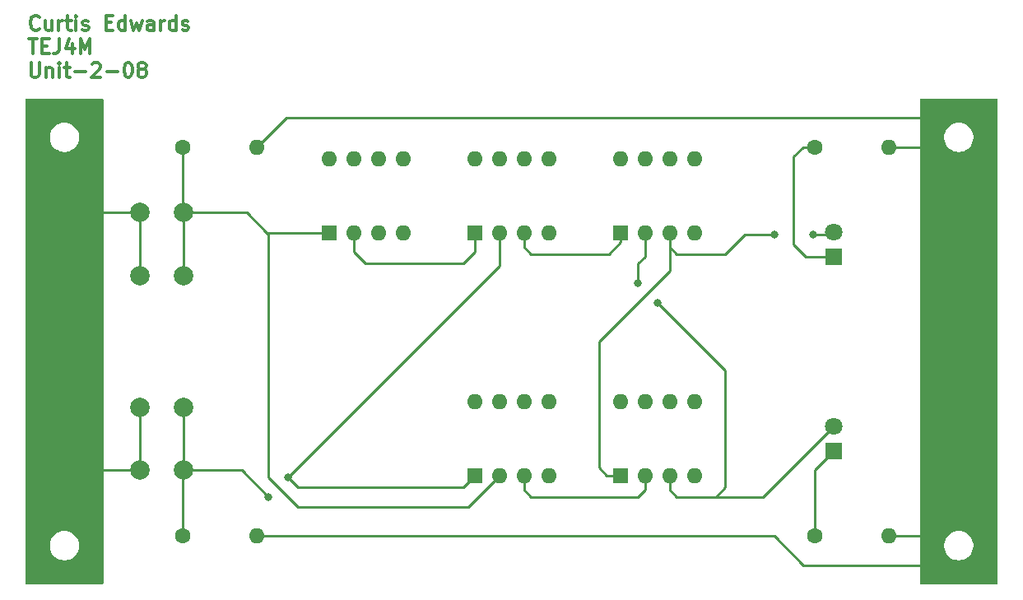
<source format=gbr>
%TF.GenerationSoftware,KiCad,Pcbnew,7.0.7*%
%TF.CreationDate,2023-11-01T21:34:32-04:00*%
%TF.ProjectId,TEJ4M-Unit-4-08,54454a34-4d2d-4556-9e69-742d342d3038,rev?*%
%TF.SameCoordinates,Original*%
%TF.FileFunction,Copper,L1,Top*%
%TF.FilePolarity,Positive*%
%FSLAX46Y46*%
G04 Gerber Fmt 4.6, Leading zero omitted, Abs format (unit mm)*
G04 Created by KiCad (PCBNEW 7.0.7) date 2023-11-01 21:34:32*
%MOMM*%
%LPD*%
G01*
G04 APERTURE LIST*
%ADD10C,0.300000*%
%TA.AperFunction,NonConductor*%
%ADD11C,0.300000*%
%TD*%
%TA.AperFunction,ComponentPad*%
%ADD12R,1.600000X1.600000*%
%TD*%
%TA.AperFunction,ComponentPad*%
%ADD13O,1.600000X1.600000*%
%TD*%
%TA.AperFunction,ComponentPad*%
%ADD14C,2.000000*%
%TD*%
%TA.AperFunction,ComponentPad*%
%ADD15C,1.600000*%
%TD*%
%TA.AperFunction,ComponentPad*%
%ADD16R,1.800000X1.800000*%
%TD*%
%TA.AperFunction,ComponentPad*%
%ADD17C,1.800000*%
%TD*%
%TA.AperFunction,ViaPad*%
%ADD18C,0.800000*%
%TD*%
%TA.AperFunction,Conductor*%
%ADD19C,0.250000*%
%TD*%
G04 APERTURE END LIST*
D10*
D11*
X101411653Y-42827971D02*
X101340225Y-42899400D01*
X101340225Y-42899400D02*
X101125939Y-42970828D01*
X101125939Y-42970828D02*
X100983082Y-42970828D01*
X100983082Y-42970828D02*
X100768796Y-42899400D01*
X100768796Y-42899400D02*
X100625939Y-42756542D01*
X100625939Y-42756542D02*
X100554510Y-42613685D01*
X100554510Y-42613685D02*
X100483082Y-42327971D01*
X100483082Y-42327971D02*
X100483082Y-42113685D01*
X100483082Y-42113685D02*
X100554510Y-41827971D01*
X100554510Y-41827971D02*
X100625939Y-41685114D01*
X100625939Y-41685114D02*
X100768796Y-41542257D01*
X100768796Y-41542257D02*
X100983082Y-41470828D01*
X100983082Y-41470828D02*
X101125939Y-41470828D01*
X101125939Y-41470828D02*
X101340225Y-41542257D01*
X101340225Y-41542257D02*
X101411653Y-41613685D01*
X102697368Y-41970828D02*
X102697368Y-42970828D01*
X102054510Y-41970828D02*
X102054510Y-42756542D01*
X102054510Y-42756542D02*
X102125939Y-42899400D01*
X102125939Y-42899400D02*
X102268796Y-42970828D01*
X102268796Y-42970828D02*
X102483082Y-42970828D01*
X102483082Y-42970828D02*
X102625939Y-42899400D01*
X102625939Y-42899400D02*
X102697368Y-42827971D01*
X103411653Y-42970828D02*
X103411653Y-41970828D01*
X103411653Y-42256542D02*
X103483082Y-42113685D01*
X103483082Y-42113685D02*
X103554511Y-42042257D01*
X103554511Y-42042257D02*
X103697368Y-41970828D01*
X103697368Y-41970828D02*
X103840225Y-41970828D01*
X104125939Y-41970828D02*
X104697367Y-41970828D01*
X104340224Y-41470828D02*
X104340224Y-42756542D01*
X104340224Y-42756542D02*
X104411653Y-42899400D01*
X104411653Y-42899400D02*
X104554510Y-42970828D01*
X104554510Y-42970828D02*
X104697367Y-42970828D01*
X105197367Y-42970828D02*
X105197367Y-41970828D01*
X105197367Y-41470828D02*
X105125939Y-41542257D01*
X105125939Y-41542257D02*
X105197367Y-41613685D01*
X105197367Y-41613685D02*
X105268796Y-41542257D01*
X105268796Y-41542257D02*
X105197367Y-41470828D01*
X105197367Y-41470828D02*
X105197367Y-41613685D01*
X105840225Y-42899400D02*
X105983082Y-42970828D01*
X105983082Y-42970828D02*
X106268796Y-42970828D01*
X106268796Y-42970828D02*
X106411653Y-42899400D01*
X106411653Y-42899400D02*
X106483082Y-42756542D01*
X106483082Y-42756542D02*
X106483082Y-42685114D01*
X106483082Y-42685114D02*
X106411653Y-42542257D01*
X106411653Y-42542257D02*
X106268796Y-42470828D01*
X106268796Y-42470828D02*
X106054511Y-42470828D01*
X106054511Y-42470828D02*
X105911653Y-42399400D01*
X105911653Y-42399400D02*
X105840225Y-42256542D01*
X105840225Y-42256542D02*
X105840225Y-42185114D01*
X105840225Y-42185114D02*
X105911653Y-42042257D01*
X105911653Y-42042257D02*
X106054511Y-41970828D01*
X106054511Y-41970828D02*
X106268796Y-41970828D01*
X106268796Y-41970828D02*
X106411653Y-42042257D01*
X108268796Y-42185114D02*
X108768796Y-42185114D01*
X108983082Y-42970828D02*
X108268796Y-42970828D01*
X108268796Y-42970828D02*
X108268796Y-41470828D01*
X108268796Y-41470828D02*
X108983082Y-41470828D01*
X110268797Y-42970828D02*
X110268797Y-41470828D01*
X110268797Y-42899400D02*
X110125939Y-42970828D01*
X110125939Y-42970828D02*
X109840225Y-42970828D01*
X109840225Y-42970828D02*
X109697368Y-42899400D01*
X109697368Y-42899400D02*
X109625939Y-42827971D01*
X109625939Y-42827971D02*
X109554511Y-42685114D01*
X109554511Y-42685114D02*
X109554511Y-42256542D01*
X109554511Y-42256542D02*
X109625939Y-42113685D01*
X109625939Y-42113685D02*
X109697368Y-42042257D01*
X109697368Y-42042257D02*
X109840225Y-41970828D01*
X109840225Y-41970828D02*
X110125939Y-41970828D01*
X110125939Y-41970828D02*
X110268797Y-42042257D01*
X110840225Y-41970828D02*
X111125940Y-42970828D01*
X111125940Y-42970828D02*
X111411654Y-42256542D01*
X111411654Y-42256542D02*
X111697368Y-42970828D01*
X111697368Y-42970828D02*
X111983082Y-41970828D01*
X113197369Y-42970828D02*
X113197369Y-42185114D01*
X113197369Y-42185114D02*
X113125940Y-42042257D01*
X113125940Y-42042257D02*
X112983083Y-41970828D01*
X112983083Y-41970828D02*
X112697369Y-41970828D01*
X112697369Y-41970828D02*
X112554511Y-42042257D01*
X113197369Y-42899400D02*
X113054511Y-42970828D01*
X113054511Y-42970828D02*
X112697369Y-42970828D01*
X112697369Y-42970828D02*
X112554511Y-42899400D01*
X112554511Y-42899400D02*
X112483083Y-42756542D01*
X112483083Y-42756542D02*
X112483083Y-42613685D01*
X112483083Y-42613685D02*
X112554511Y-42470828D01*
X112554511Y-42470828D02*
X112697369Y-42399400D01*
X112697369Y-42399400D02*
X113054511Y-42399400D01*
X113054511Y-42399400D02*
X113197369Y-42327971D01*
X113911654Y-42970828D02*
X113911654Y-41970828D01*
X113911654Y-42256542D02*
X113983083Y-42113685D01*
X113983083Y-42113685D02*
X114054512Y-42042257D01*
X114054512Y-42042257D02*
X114197369Y-41970828D01*
X114197369Y-41970828D02*
X114340226Y-41970828D01*
X115483083Y-42970828D02*
X115483083Y-41470828D01*
X115483083Y-42899400D02*
X115340225Y-42970828D01*
X115340225Y-42970828D02*
X115054511Y-42970828D01*
X115054511Y-42970828D02*
X114911654Y-42899400D01*
X114911654Y-42899400D02*
X114840225Y-42827971D01*
X114840225Y-42827971D02*
X114768797Y-42685114D01*
X114768797Y-42685114D02*
X114768797Y-42256542D01*
X114768797Y-42256542D02*
X114840225Y-42113685D01*
X114840225Y-42113685D02*
X114911654Y-42042257D01*
X114911654Y-42042257D02*
X115054511Y-41970828D01*
X115054511Y-41970828D02*
X115340225Y-41970828D01*
X115340225Y-41970828D02*
X115483083Y-42042257D01*
X116125940Y-42899400D02*
X116268797Y-42970828D01*
X116268797Y-42970828D02*
X116554511Y-42970828D01*
X116554511Y-42970828D02*
X116697368Y-42899400D01*
X116697368Y-42899400D02*
X116768797Y-42756542D01*
X116768797Y-42756542D02*
X116768797Y-42685114D01*
X116768797Y-42685114D02*
X116697368Y-42542257D01*
X116697368Y-42542257D02*
X116554511Y-42470828D01*
X116554511Y-42470828D02*
X116340226Y-42470828D01*
X116340226Y-42470828D02*
X116197368Y-42399400D01*
X116197368Y-42399400D02*
X116125940Y-42256542D01*
X116125940Y-42256542D02*
X116125940Y-42185114D01*
X116125940Y-42185114D02*
X116197368Y-42042257D01*
X116197368Y-42042257D02*
X116340226Y-41970828D01*
X116340226Y-41970828D02*
X116554511Y-41970828D01*
X116554511Y-41970828D02*
X116697368Y-42042257D01*
X100340225Y-43885828D02*
X101197368Y-43885828D01*
X100768796Y-45385828D02*
X100768796Y-43885828D01*
X101697367Y-44600114D02*
X102197367Y-44600114D01*
X102411653Y-45385828D02*
X101697367Y-45385828D01*
X101697367Y-45385828D02*
X101697367Y-43885828D01*
X101697367Y-43885828D02*
X102411653Y-43885828D01*
X103483082Y-43885828D02*
X103483082Y-44957257D01*
X103483082Y-44957257D02*
X103411653Y-45171542D01*
X103411653Y-45171542D02*
X103268796Y-45314400D01*
X103268796Y-45314400D02*
X103054510Y-45385828D01*
X103054510Y-45385828D02*
X102911653Y-45385828D01*
X104840225Y-44385828D02*
X104840225Y-45385828D01*
X104483082Y-43814400D02*
X104125939Y-44885828D01*
X104125939Y-44885828D02*
X105054510Y-44885828D01*
X105625938Y-45385828D02*
X105625938Y-43885828D01*
X105625938Y-43885828D02*
X106125938Y-44957257D01*
X106125938Y-44957257D02*
X106625938Y-43885828D01*
X106625938Y-43885828D02*
X106625938Y-45385828D01*
X100554510Y-46300828D02*
X100554510Y-47515114D01*
X100554510Y-47515114D02*
X100625939Y-47657971D01*
X100625939Y-47657971D02*
X100697368Y-47729400D01*
X100697368Y-47729400D02*
X100840225Y-47800828D01*
X100840225Y-47800828D02*
X101125939Y-47800828D01*
X101125939Y-47800828D02*
X101268796Y-47729400D01*
X101268796Y-47729400D02*
X101340225Y-47657971D01*
X101340225Y-47657971D02*
X101411653Y-47515114D01*
X101411653Y-47515114D02*
X101411653Y-46300828D01*
X102125939Y-46800828D02*
X102125939Y-47800828D01*
X102125939Y-46943685D02*
X102197368Y-46872257D01*
X102197368Y-46872257D02*
X102340225Y-46800828D01*
X102340225Y-46800828D02*
X102554511Y-46800828D01*
X102554511Y-46800828D02*
X102697368Y-46872257D01*
X102697368Y-46872257D02*
X102768797Y-47015114D01*
X102768797Y-47015114D02*
X102768797Y-47800828D01*
X103483082Y-47800828D02*
X103483082Y-46800828D01*
X103483082Y-46300828D02*
X103411654Y-46372257D01*
X103411654Y-46372257D02*
X103483082Y-46443685D01*
X103483082Y-46443685D02*
X103554511Y-46372257D01*
X103554511Y-46372257D02*
X103483082Y-46300828D01*
X103483082Y-46300828D02*
X103483082Y-46443685D01*
X103983083Y-46800828D02*
X104554511Y-46800828D01*
X104197368Y-46300828D02*
X104197368Y-47586542D01*
X104197368Y-47586542D02*
X104268797Y-47729400D01*
X104268797Y-47729400D02*
X104411654Y-47800828D01*
X104411654Y-47800828D02*
X104554511Y-47800828D01*
X105054511Y-47229400D02*
X106197369Y-47229400D01*
X106840226Y-46443685D02*
X106911654Y-46372257D01*
X106911654Y-46372257D02*
X107054512Y-46300828D01*
X107054512Y-46300828D02*
X107411654Y-46300828D01*
X107411654Y-46300828D02*
X107554512Y-46372257D01*
X107554512Y-46372257D02*
X107625940Y-46443685D01*
X107625940Y-46443685D02*
X107697369Y-46586542D01*
X107697369Y-46586542D02*
X107697369Y-46729400D01*
X107697369Y-46729400D02*
X107625940Y-46943685D01*
X107625940Y-46943685D02*
X106768797Y-47800828D01*
X106768797Y-47800828D02*
X107697369Y-47800828D01*
X108340225Y-47229400D02*
X109483083Y-47229400D01*
X110483083Y-46300828D02*
X110625940Y-46300828D01*
X110625940Y-46300828D02*
X110768797Y-46372257D01*
X110768797Y-46372257D02*
X110840226Y-46443685D01*
X110840226Y-46443685D02*
X110911654Y-46586542D01*
X110911654Y-46586542D02*
X110983083Y-46872257D01*
X110983083Y-46872257D02*
X110983083Y-47229400D01*
X110983083Y-47229400D02*
X110911654Y-47515114D01*
X110911654Y-47515114D02*
X110840226Y-47657971D01*
X110840226Y-47657971D02*
X110768797Y-47729400D01*
X110768797Y-47729400D02*
X110625940Y-47800828D01*
X110625940Y-47800828D02*
X110483083Y-47800828D01*
X110483083Y-47800828D02*
X110340226Y-47729400D01*
X110340226Y-47729400D02*
X110268797Y-47657971D01*
X110268797Y-47657971D02*
X110197368Y-47515114D01*
X110197368Y-47515114D02*
X110125940Y-47229400D01*
X110125940Y-47229400D02*
X110125940Y-46872257D01*
X110125940Y-46872257D02*
X110197368Y-46586542D01*
X110197368Y-46586542D02*
X110268797Y-46443685D01*
X110268797Y-46443685D02*
X110340226Y-46372257D01*
X110340226Y-46372257D02*
X110483083Y-46300828D01*
X111840225Y-46943685D02*
X111697368Y-46872257D01*
X111697368Y-46872257D02*
X111625939Y-46800828D01*
X111625939Y-46800828D02*
X111554511Y-46657971D01*
X111554511Y-46657971D02*
X111554511Y-46586542D01*
X111554511Y-46586542D02*
X111625939Y-46443685D01*
X111625939Y-46443685D02*
X111697368Y-46372257D01*
X111697368Y-46372257D02*
X111840225Y-46300828D01*
X111840225Y-46300828D02*
X112125939Y-46300828D01*
X112125939Y-46300828D02*
X112268797Y-46372257D01*
X112268797Y-46372257D02*
X112340225Y-46443685D01*
X112340225Y-46443685D02*
X112411654Y-46586542D01*
X112411654Y-46586542D02*
X112411654Y-46657971D01*
X112411654Y-46657971D02*
X112340225Y-46800828D01*
X112340225Y-46800828D02*
X112268797Y-46872257D01*
X112268797Y-46872257D02*
X112125939Y-46943685D01*
X112125939Y-46943685D02*
X111840225Y-46943685D01*
X111840225Y-46943685D02*
X111697368Y-47015114D01*
X111697368Y-47015114D02*
X111625939Y-47086542D01*
X111625939Y-47086542D02*
X111554511Y-47229400D01*
X111554511Y-47229400D02*
X111554511Y-47515114D01*
X111554511Y-47515114D02*
X111625939Y-47657971D01*
X111625939Y-47657971D02*
X111697368Y-47729400D01*
X111697368Y-47729400D02*
X111840225Y-47800828D01*
X111840225Y-47800828D02*
X112125939Y-47800828D01*
X112125939Y-47800828D02*
X112268797Y-47729400D01*
X112268797Y-47729400D02*
X112340225Y-47657971D01*
X112340225Y-47657971D02*
X112411654Y-47515114D01*
X112411654Y-47515114D02*
X112411654Y-47229400D01*
X112411654Y-47229400D02*
X112340225Y-47086542D01*
X112340225Y-47086542D02*
X112268797Y-47015114D01*
X112268797Y-47015114D02*
X112125939Y-46943685D01*
D12*
%TO.P,U7,1*%
%TO.N,Net-(U5-Pad3)*%
X161200000Y-63800000D03*
D13*
%TO.P,U7,2*%
%TO.N,Net-(D4-A)*%
X163740000Y-63800000D03*
%TO.P,U7,3*%
%TO.N,Net-(D3-A)*%
X166280000Y-63800000D03*
%TO.P,U7,4*%
%TO.N,N/C*%
X168820000Y-63800000D03*
%TO.P,U7,5*%
X168820000Y-56180000D03*
%TO.P,U7,6*%
X166280000Y-56180000D03*
%TO.P,U7,7*%
X163740000Y-56180000D03*
%TO.P,U7,8*%
X161200000Y-56180000D03*
%TD*%
D12*
%TO.P,U6,1*%
%TO.N,Net-(D3-A)*%
X161200000Y-88800000D03*
D13*
%TO.P,U6,2*%
%TO.N,Net-(U4-Pad3)*%
X163740000Y-88800000D03*
%TO.P,U6,3*%
%TO.N,Net-(D4-A)*%
X166280000Y-88800000D03*
%TO.P,U6,4*%
%TO.N,N/C*%
X168820000Y-88800000D03*
%TO.P,U6,5*%
X168820000Y-81180000D03*
%TO.P,U6,6*%
X166280000Y-81180000D03*
%TO.P,U6,7*%
X163740000Y-81180000D03*
%TO.P,U6,8*%
X161200000Y-81180000D03*
%TD*%
D12*
%TO.P,U5,1*%
%TO.N,Net-(U3-Pad2)*%
X146200000Y-63800000D03*
D13*
%TO.P,U5,2*%
%TO.N,Net-(R2-Pad1)*%
X148740000Y-63800000D03*
%TO.P,U5,3*%
%TO.N,Net-(U5-Pad3)*%
X151280000Y-63800000D03*
%TO.P,U5,4*%
%TO.N,N/C*%
X153820000Y-63800000D03*
%TO.P,U5,5*%
X153820000Y-56180000D03*
%TO.P,U5,6*%
X151280000Y-56180000D03*
%TO.P,U5,7*%
X148740000Y-56180000D03*
%TO.P,U5,8*%
X146200000Y-56180000D03*
%TD*%
D12*
%TO.P,U4,1*%
%TO.N,Net-(R2-Pad1)*%
X146200000Y-88800000D03*
D13*
%TO.P,U4,2*%
%TO.N,Net-(R1-Pad1)*%
X148740000Y-88800000D03*
%TO.P,U4,3*%
%TO.N,Net-(U4-Pad3)*%
X151280000Y-88800000D03*
%TO.P,U4,4*%
%TO.N,N/C*%
X153820000Y-88800000D03*
%TO.P,U4,5*%
X153820000Y-81180000D03*
%TO.P,U4,6*%
X151280000Y-81180000D03*
%TO.P,U4,7*%
X148740000Y-81180000D03*
%TO.P,U4,8*%
X146200000Y-81180000D03*
%TD*%
D12*
%TO.P,U3,1*%
%TO.N,Net-(R1-Pad1)*%
X131200000Y-63800000D03*
D13*
%TO.P,U3,2*%
%TO.N,Net-(U3-Pad2)*%
X133740000Y-63800000D03*
%TO.P,U3,3*%
%TO.N,N/C*%
X136280000Y-63800000D03*
%TO.P,U3,4*%
X138820000Y-63800000D03*
%TO.P,U3,5*%
X138820000Y-56180000D03*
%TO.P,U3,6*%
X136280000Y-56180000D03*
%TO.P,U3,7*%
X133740000Y-56180000D03*
%TO.P,U3,8*%
X131200000Y-56180000D03*
%TD*%
D14*
%TO.P,U2,1*%
%TO.N,+5V*%
X111750000Y-81750000D03*
X111750000Y-88250000D03*
%TO.P,U2,2*%
%TO.N,Net-(R2-Pad1)*%
X116250000Y-81750000D03*
X116250000Y-88250000D03*
%TD*%
%TO.P,U1,1*%
%TO.N,+5V*%
X111750000Y-61750000D03*
X111750000Y-68250000D03*
%TO.P,U1,2*%
%TO.N,Net-(R1-Pad1)*%
X116250000Y-61750000D03*
X116250000Y-68250000D03*
%TD*%
D13*
%TO.P,R4,2*%
%TO.N,GND*%
X188810000Y-95000000D03*
D15*
%TO.P,R4,1*%
%TO.N,Net-(D4-K)*%
X181190000Y-95000000D03*
%TD*%
%TO.P,R3,1*%
%TO.N,Net-(D3-K)*%
X181190000Y-55000000D03*
D13*
%TO.P,R3,2*%
%TO.N,GND*%
X188810000Y-55000000D03*
%TD*%
D15*
%TO.P,R2,1*%
%TO.N,Net-(R2-Pad1)*%
X116190000Y-95000000D03*
D13*
%TO.P,R2,2*%
%TO.N,GND*%
X123810000Y-95000000D03*
%TD*%
D15*
%TO.P,R1,1*%
%TO.N,Net-(R1-Pad1)*%
X116190000Y-55000000D03*
D13*
%TO.P,R1,2*%
%TO.N,GND*%
X123810000Y-55000000D03*
%TD*%
D16*
%TO.P,D4,1,K*%
%TO.N,Net-(D4-K)*%
X183175000Y-86250000D03*
D17*
%TO.P,D4,2,A*%
%TO.N,Net-(D4-A)*%
X183175000Y-83710000D03*
%TD*%
D16*
%TO.P,D3,1,K*%
%TO.N,Net-(D3-K)*%
X183175000Y-66250000D03*
D17*
%TO.P,D3,2,A*%
%TO.N,Net-(D3-A)*%
X183175000Y-63710000D03*
%TD*%
D18*
%TO.N,Net-(D3-A)*%
X181000000Y-64000000D03*
X177000000Y-64000000D03*
%TO.N,Net-(D4-A)*%
X163000000Y-69000000D03*
X165000000Y-71000000D03*
%TO.N,Net-(R2-Pad1)*%
X127000000Y-89000000D03*
X125000000Y-91000000D03*
%TD*%
D19*
%TO.N,+5V*%
X111750000Y-68250000D02*
X111750000Y-61750000D01*
X111750000Y-81750000D02*
X111750000Y-88250000D01*
%TO.N,Net-(R2-Pad1)*%
X116250000Y-88250000D02*
X116250000Y-81750000D01*
%TO.N,Net-(R1-Pad1)*%
X116250000Y-68250000D02*
X116250000Y-61750000D01*
%TO.N,GND*%
X126810000Y-52000000D02*
X193000000Y-52000000D01*
X123810000Y-55000000D02*
X126810000Y-52000000D01*
X180000000Y-98000000D02*
X193000000Y-98000000D01*
X123810000Y-95000000D02*
X177000000Y-95000000D01*
X177000000Y-95000000D02*
X180000000Y-98000000D01*
X188810000Y-55000000D02*
X193000000Y-55000000D01*
X188810000Y-95000000D02*
X193000000Y-95000000D01*
%TO.N,+5V*%
X111750000Y-61750000D02*
X104250000Y-61750000D01*
X111750000Y-88250000D02*
X104750000Y-88250000D01*
%TO.N,Net-(D3-A)*%
X181000000Y-64000000D02*
X182885000Y-64000000D01*
X182885000Y-64000000D02*
X183175000Y-63710000D01*
X174000000Y-64000000D02*
X177000000Y-64000000D01*
X172000000Y-66000000D02*
X174000000Y-64000000D01*
X167000000Y-66000000D02*
X172000000Y-66000000D01*
X166280000Y-65280000D02*
X167000000Y-66000000D01*
X166280000Y-63800000D02*
X166280000Y-65280000D01*
%TO.N,Net-(D3-K)*%
X180000000Y-55000000D02*
X181190000Y-55000000D01*
X180250000Y-66250000D02*
X179000000Y-65000000D01*
X179000000Y-65000000D02*
X179000000Y-56000000D01*
X179000000Y-56000000D02*
X180000000Y-55000000D01*
X183175000Y-66250000D02*
X180250000Y-66250000D01*
%TO.N,Net-(D4-A)*%
X175885000Y-91000000D02*
X171000000Y-91000000D01*
X183175000Y-83710000D02*
X175885000Y-91000000D01*
%TO.N,Net-(D4-K)*%
X181190000Y-88235000D02*
X183175000Y-86250000D01*
X181190000Y-95000000D02*
X181190000Y-88235000D01*
%TO.N,Net-(D4-A)*%
X163740000Y-66260000D02*
X163740000Y-63800000D01*
X163000000Y-69000000D02*
X163000000Y-67000000D01*
X163000000Y-67000000D02*
X163740000Y-66260000D01*
X171000000Y-91000000D02*
X172000000Y-90000000D01*
X167000000Y-91000000D02*
X171000000Y-91000000D01*
X172000000Y-78000000D02*
X165000000Y-71000000D01*
X166280000Y-90280000D02*
X167000000Y-91000000D01*
X172000000Y-90000000D02*
X172000000Y-78000000D01*
X166280000Y-88800000D02*
X166280000Y-90280000D01*
%TO.N,Net-(D3-A)*%
X166280000Y-67720000D02*
X166280000Y-63800000D01*
X159000000Y-75000000D02*
X166280000Y-67720000D01*
X159800000Y-88800000D02*
X159000000Y-88000000D01*
X161200000Y-88800000D02*
X159800000Y-88800000D01*
X159000000Y-88000000D02*
X159000000Y-75000000D01*
%TO.N,Net-(U4-Pad3)*%
X152000000Y-91000000D02*
X163000000Y-91000000D01*
X151280000Y-90280000D02*
X152000000Y-91000000D01*
X151280000Y-88800000D02*
X151280000Y-90280000D01*
X163000000Y-91000000D02*
X163740000Y-90260000D01*
X163740000Y-90260000D02*
X163740000Y-88800000D01*
%TO.N,Net-(U5-Pad3)*%
X160000000Y-66000000D02*
X161200000Y-64800000D01*
X152000000Y-66000000D02*
X160000000Y-66000000D01*
X151280000Y-65280000D02*
X152000000Y-66000000D01*
X161200000Y-64800000D02*
X161200000Y-63800000D01*
X151280000Y-63800000D02*
X151280000Y-65280000D01*
%TO.N,Net-(U3-Pad2)*%
X146200000Y-65800000D02*
X146200000Y-63800000D01*
X145000000Y-67000000D02*
X146200000Y-65800000D01*
X133740000Y-65740000D02*
X135000000Y-67000000D01*
X133740000Y-63800000D02*
X133740000Y-65740000D01*
X135000000Y-67000000D02*
X145000000Y-67000000D01*
%TO.N,Net-(R1-Pad1)*%
X125000000Y-89000000D02*
X128000000Y-92000000D01*
X125000000Y-64000000D02*
X125000000Y-89000000D01*
X128000000Y-92000000D02*
X145540000Y-92000000D01*
X145540000Y-92000000D02*
X148740000Y-88800000D01*
X122750000Y-61750000D02*
X125000000Y-64000000D01*
%TO.N,Net-(R2-Pad1)*%
X148740000Y-67260000D02*
X148740000Y-63800000D01*
X127000000Y-89000000D02*
X148740000Y-67260000D01*
X145000000Y-90000000D02*
X146200000Y-88800000D01*
X128000000Y-90000000D02*
X145000000Y-90000000D01*
X127000000Y-89000000D02*
X128000000Y-90000000D01*
X122250000Y-88250000D02*
X125000000Y-91000000D01*
X116250000Y-88250000D02*
X122250000Y-88250000D01*
%TO.N,Net-(R1-Pad1)*%
X122750000Y-61750000D02*
X124800000Y-63800000D01*
X116250000Y-61750000D02*
X122750000Y-61750000D01*
X124800000Y-63800000D02*
X131200000Y-63800000D01*
%TO.N,Net-(R2-Pad1)*%
X116190000Y-95000000D02*
X116190000Y-88310000D01*
X116190000Y-88310000D02*
X116250000Y-88250000D01*
%TO.N,Net-(R1-Pad1)*%
X116190000Y-61690000D02*
X116250000Y-61750000D01*
X116190000Y-55000000D02*
X116190000Y-61690000D01*
%TD*%
%TA.AperFunction,Conductor*%
%TO.N,+5V*%
G36*
X107943039Y-50020185D02*
G01*
X107988794Y-50072989D01*
X108000000Y-50124500D01*
X108000000Y-99875500D01*
X107980315Y-99942539D01*
X107927511Y-99988294D01*
X107876000Y-99999500D01*
X100124500Y-99999500D01*
X100057461Y-99979815D01*
X100011706Y-99927011D01*
X100000500Y-99875500D01*
X100000500Y-96124334D01*
X102499500Y-96124334D01*
X102540429Y-96369616D01*
X102621169Y-96604802D01*
X102621172Y-96604811D01*
X102739524Y-96823506D01*
X102739526Y-96823509D01*
X102892262Y-97019744D01*
X103051744Y-97166557D01*
X103075217Y-97188166D01*
X103283393Y-97324173D01*
X103511118Y-97424063D01*
X103752175Y-97485107D01*
X103752179Y-97485108D01*
X103752181Y-97485108D01*
X103752186Y-97485109D01*
X103885376Y-97496145D01*
X103937933Y-97500500D01*
X103937935Y-97500500D01*
X104062065Y-97500500D01*
X104062067Y-97500500D01*
X104123284Y-97495427D01*
X104247813Y-97485109D01*
X104247816Y-97485108D01*
X104247821Y-97485108D01*
X104488881Y-97424063D01*
X104716607Y-97324173D01*
X104924785Y-97188164D01*
X105107738Y-97019744D01*
X105260474Y-96823509D01*
X105378828Y-96604810D01*
X105459571Y-96369614D01*
X105500500Y-96124335D01*
X105500500Y-95875665D01*
X105459571Y-95630386D01*
X105378828Y-95395190D01*
X105260474Y-95176491D01*
X105107738Y-94980256D01*
X104924785Y-94811836D01*
X104924782Y-94811833D01*
X104716606Y-94675826D01*
X104488881Y-94575936D01*
X104247824Y-94514892D01*
X104247813Y-94514890D01*
X104082548Y-94501197D01*
X104062067Y-94499500D01*
X103937933Y-94499500D01*
X103918521Y-94501108D01*
X103752186Y-94514890D01*
X103752175Y-94514892D01*
X103511118Y-94575936D01*
X103283393Y-94675826D01*
X103075217Y-94811833D01*
X102892261Y-94980257D01*
X102739524Y-95176493D01*
X102621172Y-95395188D01*
X102621169Y-95395197D01*
X102540429Y-95630383D01*
X102499500Y-95875665D01*
X102499500Y-96124334D01*
X100000500Y-96124334D01*
X100000500Y-54124334D01*
X102499500Y-54124334D01*
X102540429Y-54369616D01*
X102621169Y-54604802D01*
X102621172Y-54604811D01*
X102739524Y-54823506D01*
X102739526Y-54823509D01*
X102892262Y-55019744D01*
X103051744Y-55166557D01*
X103075217Y-55188166D01*
X103283393Y-55324173D01*
X103511118Y-55424063D01*
X103752175Y-55485107D01*
X103752179Y-55485108D01*
X103752181Y-55485108D01*
X103752186Y-55485109D01*
X103885376Y-55496145D01*
X103937933Y-55500500D01*
X103937935Y-55500500D01*
X104062065Y-55500500D01*
X104062067Y-55500500D01*
X104123284Y-55495427D01*
X104247813Y-55485109D01*
X104247816Y-55485108D01*
X104247821Y-55485108D01*
X104488881Y-55424063D01*
X104716607Y-55324173D01*
X104924785Y-55188164D01*
X105107738Y-55019744D01*
X105260474Y-54823509D01*
X105378828Y-54604810D01*
X105459571Y-54369614D01*
X105500500Y-54124335D01*
X105500500Y-53875665D01*
X105459571Y-53630386D01*
X105378828Y-53395190D01*
X105260474Y-53176491D01*
X105107738Y-52980256D01*
X104924785Y-52811836D01*
X104924782Y-52811833D01*
X104716606Y-52675826D01*
X104488881Y-52575936D01*
X104247824Y-52514892D01*
X104247813Y-52514890D01*
X104082548Y-52501197D01*
X104062067Y-52499500D01*
X103937933Y-52499500D01*
X103918521Y-52501108D01*
X103752186Y-52514890D01*
X103752175Y-52514892D01*
X103511118Y-52575936D01*
X103283393Y-52675826D01*
X103075217Y-52811833D01*
X102892261Y-52980257D01*
X102739524Y-53176493D01*
X102621172Y-53395188D01*
X102621169Y-53395197D01*
X102540429Y-53630383D01*
X102499500Y-53875665D01*
X102499500Y-54124334D01*
X100000500Y-54124334D01*
X100000500Y-50124500D01*
X100020185Y-50057461D01*
X100072989Y-50011706D01*
X100124500Y-50000500D01*
X107876000Y-50000500D01*
X107943039Y-50020185D01*
G37*
%TD.AperFunction*%
%TD*%
%TA.AperFunction,Conductor*%
%TO.N,GND*%
G36*
X199942539Y-50020185D02*
G01*
X199988294Y-50072989D01*
X199999500Y-50124500D01*
X199999500Y-99875500D01*
X199979815Y-99942539D01*
X199927011Y-99988294D01*
X199875500Y-99999500D01*
X192124000Y-99999500D01*
X192056961Y-99979815D01*
X192011206Y-99927011D01*
X192000000Y-99875500D01*
X192000000Y-96124334D01*
X194499500Y-96124334D01*
X194540429Y-96369616D01*
X194621169Y-96604802D01*
X194621172Y-96604811D01*
X194739524Y-96823506D01*
X194739526Y-96823509D01*
X194892262Y-97019744D01*
X195051744Y-97166557D01*
X195075217Y-97188166D01*
X195283393Y-97324173D01*
X195511118Y-97424063D01*
X195752175Y-97485107D01*
X195752179Y-97485108D01*
X195752181Y-97485108D01*
X195752186Y-97485109D01*
X195885376Y-97496145D01*
X195937933Y-97500500D01*
X195937935Y-97500500D01*
X196062065Y-97500500D01*
X196062067Y-97500500D01*
X196123284Y-97495427D01*
X196247813Y-97485109D01*
X196247816Y-97485108D01*
X196247821Y-97485108D01*
X196488881Y-97424063D01*
X196716607Y-97324173D01*
X196924785Y-97188164D01*
X197107738Y-97019744D01*
X197260474Y-96823509D01*
X197378828Y-96604810D01*
X197459571Y-96369614D01*
X197500500Y-96124335D01*
X197500500Y-95875665D01*
X197459571Y-95630386D01*
X197378828Y-95395190D01*
X197260474Y-95176491D01*
X197107738Y-94980256D01*
X196924785Y-94811836D01*
X196924782Y-94811833D01*
X196716606Y-94675826D01*
X196488881Y-94575936D01*
X196247824Y-94514892D01*
X196247813Y-94514890D01*
X196082548Y-94501197D01*
X196062067Y-94499500D01*
X195937933Y-94499500D01*
X195918521Y-94501108D01*
X195752186Y-94514890D01*
X195752175Y-94514892D01*
X195511118Y-94575936D01*
X195283393Y-94675826D01*
X195075217Y-94811833D01*
X194892261Y-94980257D01*
X194739524Y-95176493D01*
X194621172Y-95395188D01*
X194621169Y-95395197D01*
X194540429Y-95630383D01*
X194499500Y-95875665D01*
X194499500Y-96124334D01*
X192000000Y-96124334D01*
X192000000Y-54124334D01*
X194499500Y-54124334D01*
X194540429Y-54369616D01*
X194621169Y-54604802D01*
X194621172Y-54604811D01*
X194739524Y-54823506D01*
X194739526Y-54823509D01*
X194892262Y-55019744D01*
X195051744Y-55166557D01*
X195075217Y-55188166D01*
X195283393Y-55324173D01*
X195511118Y-55424063D01*
X195752175Y-55485107D01*
X195752179Y-55485108D01*
X195752181Y-55485108D01*
X195752186Y-55485109D01*
X195885376Y-55496145D01*
X195937933Y-55500500D01*
X195937935Y-55500500D01*
X196062065Y-55500500D01*
X196062067Y-55500500D01*
X196123284Y-55495427D01*
X196247813Y-55485109D01*
X196247816Y-55485108D01*
X196247821Y-55485108D01*
X196488881Y-55424063D01*
X196716607Y-55324173D01*
X196924785Y-55188164D01*
X197107738Y-55019744D01*
X197260474Y-54823509D01*
X197378828Y-54604810D01*
X197459571Y-54369614D01*
X197500500Y-54124335D01*
X197500500Y-53875665D01*
X197459571Y-53630386D01*
X197378828Y-53395190D01*
X197260474Y-53176491D01*
X197107738Y-52980256D01*
X196924785Y-52811836D01*
X196924782Y-52811833D01*
X196716606Y-52675826D01*
X196488881Y-52575936D01*
X196247824Y-52514892D01*
X196247813Y-52514890D01*
X196082548Y-52501197D01*
X196062067Y-52499500D01*
X195937933Y-52499500D01*
X195918521Y-52501108D01*
X195752186Y-52514890D01*
X195752175Y-52514892D01*
X195511118Y-52575936D01*
X195283393Y-52675826D01*
X195075217Y-52811833D01*
X194892261Y-52980257D01*
X194739524Y-53176493D01*
X194621172Y-53395188D01*
X194621169Y-53395197D01*
X194540429Y-53630383D01*
X194499500Y-53875665D01*
X194499500Y-54124334D01*
X192000000Y-54124334D01*
X192000000Y-50124500D01*
X192019685Y-50057461D01*
X192072489Y-50011706D01*
X192124000Y-50000500D01*
X199875500Y-50000500D01*
X199942539Y-50020185D01*
G37*
%TD.AperFunction*%
%TD*%
M02*

</source>
